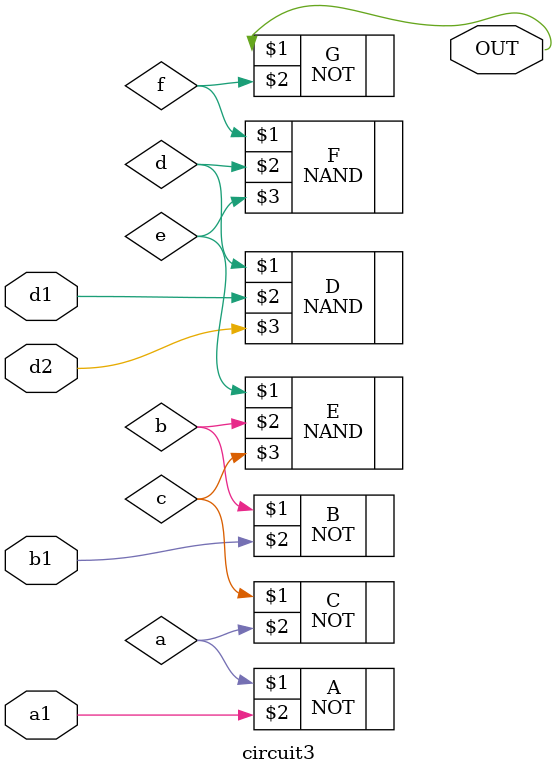
<source format=v>
module circuit3(input a1, b1, d1, d2, output OUT);

wire a, b, c, d, e, f;

NOT A(a, a1);
NOT B(b, b1);
NOT C(c, a);
NAND D(d, d1, d2);
NAND E(e, b, c);
NAND F(f, d, e);
NOT G(OUT, f);


endmodule

</source>
